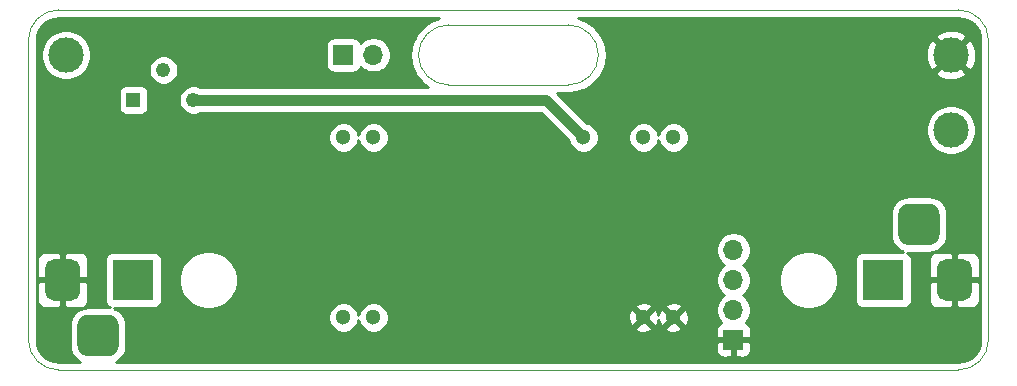
<source format=gbr>
From 40ab1463c3da0c844eedba5c5f52d5ef8af322c4 Mon Sep 17 00:00:00 2001
From: Philip Lampkin <plampkin@chem.wisc.edu>
Date: Sat, 24 Apr 2021 12:07:04 -0500
Subject: terminology update

---
 analog-driver/gerber/driver-B_Cu.gbr | 2753 ----------------------------------
 1 file changed, 2753 deletions(-)
 delete mode 100644 analog-driver/gerber/driver-B_Cu.gbr

(limited to 'analog-driver/gerber/driver-B_Cu.gbr')

diff --git a/analog-driver/gerber/driver-B_Cu.gbr b/analog-driver/gerber/driver-B_Cu.gbr
deleted file mode 100644
index 3749898..0000000
--- a/analog-driver/gerber/driver-B_Cu.gbr
+++ /dev/null
@@ -1,2753 +0,0 @@
-%TF.GenerationSoftware,KiCad,Pcbnew,5.1.8+dfsg1-1+b1*%
-%TF.CreationDate,2021-03-05T10:02:30-06:00*%
-%TF.ProjectId,driver,64726976-6572-42e6-9b69-6361645f7063,B*%
-%TF.SameCoordinates,Original*%
-%TF.FileFunction,Copper,L2,Bot*%
-%TF.FilePolarity,Positive*%
-%FSLAX46Y46*%
-G04 Gerber Fmt 4.6, Leading zero omitted, Abs format (unit mm)*
-G04 Created by KiCad (PCBNEW 5.1.8+dfsg1-1+b1) date 2021-03-05 10:02:30*
-%MOMM*%
-%LPD*%
-G01*
-G04 APERTURE LIST*
-%TA.AperFunction,Profile*%
-%ADD10C,0.100000*%
-%TD*%
-%TA.AperFunction,ComponentPad*%
-%ADD11C,3.000000*%
-%TD*%
-%TA.AperFunction,ComponentPad*%
-%ADD12R,1.222000X1.222000*%
-%TD*%
-%TA.AperFunction,ComponentPad*%
-%ADD13C,1.222000*%
-%TD*%
-%TA.AperFunction,ComponentPad*%
-%ADD14C,1.300000*%
-%TD*%
-%TA.AperFunction,ComponentPad*%
-%ADD15R,3.500000X3.500000*%
-%TD*%
-%TA.AperFunction,ComponentPad*%
-%ADD16O,1.700000X1.700000*%
-%TD*%
-%TA.AperFunction,ComponentPad*%
-%ADD17R,1.700000X1.700000*%
-%TD*%
-%TA.AperFunction,Conductor*%
-%ADD18C,0.889000*%
-%TD*%
-%TA.AperFunction,Conductor*%
-%ADD19C,0.254000*%
-%TD*%
-%TA.AperFunction,Conductor*%
-%ADD20C,0.100000*%
-%TD*%
-G04 APERTURE END LIST*
-D10*
-X121920000Y-85090000D02*
-G75*
-G02*
-X119380000Y-82550000I0J2540000D01*
-G01*
-X165100000Y-78740000D02*
-X88900000Y-78740000D01*
-X119380000Y-82550000D02*
-G75*
-G02*
-X121920000Y-80010000I2540000J0D01*
-G01*
-X132080000Y-80010000D02*
-G75*
-G02*
-X134620000Y-82550000I0J-2540000D01*
-G01*
-X134620000Y-82550000D02*
-G75*
-G02*
-X132080000Y-85090000I-2540000J0D01*
-G01*
-X132080000Y-80010000D02*
-X121920000Y-80010000D01*
-X132080000Y-85090000D02*
-X121920000Y-85090000D01*
-X165100000Y-109220000D02*
-X88900000Y-109220000D01*
-X86360000Y-81280000D02*
-X86360000Y-106680000D01*
-X167640000Y-106680000D02*
-X167640000Y-81280000D01*
-X86360000Y-81280000D02*
-G75*
-G02*
-X88900000Y-78740000I2540000J0D01*
-G01*
-X88900000Y-109220000D02*
-G75*
-G02*
-X86360000Y-106680000I0J2540000D01*
-G01*
-X167640000Y-106680000D02*
-G75*
-G02*
-X165100000Y-109220000I-2540000J0D01*
-G01*
-X165100000Y-78740000D02*
-G75*
-G02*
-X167640000Y-81280000I0J-2540000D01*
-G01*
-D11*
-%TO.P,TP3,1*%
-%TO.N,GND*%
-X164465000Y-82550000D03*
-%TD*%
-%TO.P,TP2,1*%
-%TO.N,+12V*%
-X164465000Y-88900000D03*
-%TD*%
-%TO.P,TP1,1*%
-%TO.N,Net-(R1-Pad2)*%
-X89535000Y-82550000D03*
-%TD*%
-D12*
-%TO.P,RV1,1*%
-%TO.N,Net-(R2-Pad1)*%
-X95250000Y-86360000D03*
-D13*
-%TO.P,RV1,2*%
-%TO.N,Net-(R1-Pad2)*%
-X97790000Y-83820000D03*
-%TO.P,RV1,3*%
-X100330000Y-86360000D03*
-%TD*%
-D14*
-%TO.P,U2,24*%
-%TO.N,+12V*%
-X140970000Y-89535000D03*
-%TO.P,U2,23*%
-X138430000Y-89535000D03*
-%TO.P,U2,21*%
-%TO.N,Net-(R1-Pad2)*%
-X133350000Y-89535000D03*
-%TO.P,U2,14*%
-%TO.N,Net-(J7-Pad1)*%
-X115570000Y-89535000D03*
-%TO.P,U2,13*%
-X113030000Y-89535000D03*
-%TO.P,U2,12*%
-%TO.N,Net-(J7-Pad2)*%
-X113030000Y-104775000D03*
-%TO.P,U2,11*%
-X115570000Y-104775000D03*
-%TO.P,U2,2*%
-%TO.N,GND*%
-X138430000Y-104775000D03*
-%TO.P,U2,1*%
-X140970000Y-104775000D03*
-%TD*%
-D15*
-%TO.P,J4,1*%
-%TO.N,+12V*%
-X95250000Y-101600000D03*
-%TO.P,J4,2*%
-%TO.N,GND*%
-%TA.AperFunction,ComponentPad*%
-G36*
-G01*
-X87750000Y-102600000D02*
-X87750000Y-100600000D01*
-G75*
-G02*
-X88500000Y-99850000I750000J0D01*
-G01*
-X90000000Y-99850000D01*
-G75*
-G02*
-X90750000Y-100600000I0J-750000D01*
-G01*
-X90750000Y-102600000D01*
-G75*
-G02*
-X90000000Y-103350000I-750000J0D01*
-G01*
-X88500000Y-103350000D01*
-G75*
-G02*
-X87750000Y-102600000I0J750000D01*
-G01*
-G37*
-%TD.AperFunction*%
-%TO.P,J4,3*%
-%TO.N,N/C*%
-%TA.AperFunction,ComponentPad*%
-G36*
-G01*
-X90500000Y-107175000D02*
-X90500000Y-105425000D01*
-G75*
-G02*
-X91375000Y-104550000I875000J0D01*
-G01*
-X93125000Y-104550000D01*
-G75*
-G02*
-X94000000Y-105425000I0J-875000D01*
-G01*
-X94000000Y-107175000D01*
-G75*
-G02*
-X93125000Y-108050000I-875000J0D01*
-G01*
-X91375000Y-108050000D01*
-G75*
-G02*
-X90500000Y-107175000I0J875000D01*
-G01*
-G37*
-%TD.AperFunction*%
-%TD*%
-%TO.P,J3,3*%
-%TO.N,N/C*%
-%TA.AperFunction,ComponentPad*%
-G36*
-G01*
-X163500000Y-96025000D02*
-X163500000Y-97775000D01*
-G75*
-G02*
-X162625000Y-98650000I-875000J0D01*
-G01*
-X160875000Y-98650000D01*
-G75*
-G02*
-X160000000Y-97775000I0J875000D01*
-G01*
-X160000000Y-96025000D01*
-G75*
-G02*
-X160875000Y-95150000I875000J0D01*
-G01*
-X162625000Y-95150000D01*
-G75*
-G02*
-X163500000Y-96025000I0J-875000D01*
-G01*
-G37*
-%TD.AperFunction*%
-%TO.P,J3,2*%
-%TO.N,GND*%
-%TA.AperFunction,ComponentPad*%
-G36*
-G01*
-X166250000Y-100600000D02*
-X166250000Y-102600000D01*
-G75*
-G02*
-X165500000Y-103350000I-750000J0D01*
-G01*
-X164000000Y-103350000D01*
-G75*
-G02*
-X163250000Y-102600000I0J750000D01*
-G01*
-X163250000Y-100600000D01*
-G75*
-G02*
-X164000000Y-99850000I750000J0D01*
-G01*
-X165500000Y-99850000D01*
-G75*
-G02*
-X166250000Y-100600000I0J-750000D01*
-G01*
-G37*
-%TD.AperFunction*%
-%TO.P,J3,1*%
-%TO.N,+12V*%
-X158750000Y-101600000D03*
-%TD*%
-D16*
-%TO.P,J5,4*%
-%TO.N,N/C*%
-X146050000Y-99060000D03*
-%TO.P,J5,3*%
-X146050000Y-101600000D03*
-%TO.P,J5,2*%
-%TO.N,+12V*%
-X146050000Y-104140000D03*
-D17*
-%TO.P,J5,1*%
-%TO.N,GND*%
-X146050000Y-106680000D03*
-%TD*%
-%TO.P,J7,1*%
-%TO.N,Net-(J7-Pad1)*%
-X113030000Y-82550000D03*
-D16*
-%TO.P,J7,2*%
-%TO.N,Net-(J7-Pad2)*%
-X115570000Y-82550000D03*
-%TD*%
-D18*
-%TO.N,Net-(R1-Pad2)*%
-X130175000Y-86360000D02*
-X133350000Y-89535000D01*
-X100330000Y-86360000D02*
-X130175000Y-86360000D01*
-%TD*%
-D19*
-%TO.N,GND*%
-X120733150Y-79554102D02*
-X120675896Y-79578170D01*
-X120618352Y-79601419D01*
-X120609907Y-79605909D01*
-X120173847Y-79841686D01*
-X120122384Y-79876398D01*
-X120070427Y-79910398D01*
-X120063015Y-79916443D01*
-X119681055Y-80232427D01*
-X119637308Y-80276481D01*
-X119592950Y-80319919D01*
-X119586853Y-80327289D01*
-X119273543Y-80711445D01*
-X119239192Y-80763148D01*
-X119204110Y-80814384D01*
-X119199561Y-80822797D01*
-X118966834Y-81260493D01*
-X118943171Y-81317903D01*
-X118918718Y-81374958D01*
-X118915889Y-81384094D01*
-X118772610Y-81858659D01*
-X118760548Y-81919577D01*
-X118747643Y-81980289D01*
-X118746643Y-81989800D01*
-X118698269Y-82483156D01*
-X118698269Y-82513086D01*
-X118695038Y-82542831D01*
-X118695004Y-82552395D01*
-X118695066Y-82570127D01*
-X118698090Y-82599896D01*
-X118697881Y-82629815D01*
-X118698814Y-82639334D01*
-X118750632Y-83132340D01*
-X118763109Y-83193121D01*
-X118774749Y-83254142D01*
-X118777513Y-83263298D01*
-X118924103Y-83736851D01*
-X118948167Y-83794097D01*
-X118971419Y-83851648D01*
-X118975907Y-83860089D01*
-X118975909Y-83860094D01*
-X118975912Y-83860098D01*
-X119211686Y-84296153D01*
-X119246398Y-84347616D01*
-X119280398Y-84399573D01*
-X119286443Y-84406985D01*
-X119602427Y-84788945D01*
-X119646500Y-84832712D01*
-X119689920Y-84877050D01*
-X119697289Y-84883147D01*
-X120081445Y-85196457D01*
-X120133148Y-85230808D01*
-X120184384Y-85265890D01*
-X120192797Y-85270439D01*
-X120211719Y-85280500D01*
-X100957155Y-85280500D01*
-X100920202Y-85255809D01*
-X100693445Y-85161883D01*
-X100452720Y-85114000D01*
-X100207280Y-85114000D01*
-X99966555Y-85161883D01*
-X99739798Y-85255809D01*
-X99535721Y-85392168D01*
-X99362168Y-85565721D01*
-X99225809Y-85769798D01*
-X99131883Y-85996555D01*
-X99084000Y-86237280D01*
-X99084000Y-86482720D01*
-X99131883Y-86723445D01*
-X99225809Y-86950202D01*
-X99362168Y-87154279D01*
-X99535721Y-87327832D01*
-X99739798Y-87464191D01*
-X99966555Y-87558117D01*
-X100207280Y-87606000D01*
-X100452720Y-87606000D01*
-X100693445Y-87558117D01*
-X100920202Y-87464191D01*
-X100957155Y-87439500D01*
-X129727858Y-87439500D01*
-X132093574Y-89805217D01*
-X132114381Y-89909821D01*
-X132211247Y-90143676D01*
-X132351875Y-90354140D01*
-X132530860Y-90533125D01*
-X132741324Y-90673753D01*
-X132975179Y-90770619D01*
-X133223439Y-90820000D01*
-X133476561Y-90820000D01*
-X133724821Y-90770619D01*
-X133958676Y-90673753D01*
-X134169140Y-90533125D01*
-X134348125Y-90354140D01*
-X134488753Y-90143676D01*
-X134585619Y-89909821D01*
-X134635000Y-89661561D01*
-X134635000Y-89408439D01*
-X137145000Y-89408439D01*
-X137145000Y-89661561D01*
-X137194381Y-89909821D01*
-X137291247Y-90143676D01*
-X137431875Y-90354140D01*
-X137610860Y-90533125D01*
-X137821324Y-90673753D01*
-X138055179Y-90770619D01*
-X138303439Y-90820000D01*
-X138556561Y-90820000D01*
-X138804821Y-90770619D01*
-X139038676Y-90673753D01*
-X139249140Y-90533125D01*
-X139428125Y-90354140D01*
-X139568753Y-90143676D01*
-X139665619Y-89909821D01*
-X139700000Y-89736973D01*
-X139734381Y-89909821D01*
-X139831247Y-90143676D01*
-X139971875Y-90354140D01*
-X140150860Y-90533125D01*
-X140361324Y-90673753D01*
-X140595179Y-90770619D01*
-X140843439Y-90820000D01*
-X141096561Y-90820000D01*
-X141344821Y-90770619D01*
-X141578676Y-90673753D01*
-X141789140Y-90533125D01*
-X141968125Y-90354140D01*
-X142108753Y-90143676D01*
-X142205619Y-89909821D01*
-X142255000Y-89661561D01*
-X142255000Y-89408439D01*
-X142205619Y-89160179D01*
-X142108753Y-88926324D01*
-X141968125Y-88715860D01*
-X141941986Y-88689721D01*
-X162330000Y-88689721D01*
-X162330000Y-89110279D01*
-X162412047Y-89522756D01*
-X162572988Y-89911302D01*
-X162806637Y-90260983D01*
-X163104017Y-90558363D01*
-X163453698Y-90792012D01*
-X163842244Y-90952953D01*
-X164254721Y-91035000D01*
-X164675279Y-91035000D01*
-X165087756Y-90952953D01*
-X165476302Y-90792012D01*
-X165825983Y-90558363D01*
-X166123363Y-90260983D01*
-X166357012Y-89911302D01*
-X166517953Y-89522756D01*
-X166600000Y-89110279D01*
-X166600000Y-88689721D01*
-X166517953Y-88277244D01*
-X166357012Y-87888698D01*
-X166123363Y-87539017D01*
-X165825983Y-87241637D01*
-X165476302Y-87007988D01*
-X165087756Y-86847047D01*
-X164675279Y-86765000D01*
-X164254721Y-86765000D01*
-X163842244Y-86847047D01*
-X163453698Y-87007988D01*
-X163104017Y-87241637D01*
-X162806637Y-87539017D01*
-X162572988Y-87888698D01*
-X162412047Y-88277244D01*
-X162330000Y-88689721D01*
-X141941986Y-88689721D01*
-X141789140Y-88536875D01*
-X141578676Y-88396247D01*
-X141344821Y-88299381D01*
-X141096561Y-88250000D01*
-X140843439Y-88250000D01*
-X140595179Y-88299381D01*
-X140361324Y-88396247D01*
-X140150860Y-88536875D01*
-X139971875Y-88715860D01*
-X139831247Y-88926324D01*
-X139734381Y-89160179D01*
-X139700000Y-89333027D01*
-X139665619Y-89160179D01*
-X139568753Y-88926324D01*
-X139428125Y-88715860D01*
-X139249140Y-88536875D01*
-X139038676Y-88396247D01*
-X138804821Y-88299381D01*
-X138556561Y-88250000D01*
-X138303439Y-88250000D01*
-X138055179Y-88299381D01*
-X137821324Y-88396247D01*
-X137610860Y-88536875D01*
-X137431875Y-88715860D01*
-X137291247Y-88926324D01*
-X137194381Y-89160179D01*
-X137145000Y-89408439D01*
-X134635000Y-89408439D01*
-X134585619Y-89160179D01*
-X134488753Y-88926324D01*
-X134348125Y-88715860D01*
-X134169140Y-88536875D01*
-X133958676Y-88396247D01*
-X133724821Y-88299381D01*
-X133620217Y-88278574D01*
-X131116642Y-85775000D01*
-X132113647Y-85775000D01*
-X132144018Y-85772009D01*
-X132159815Y-85772119D01*
-X132169334Y-85771186D01*
-X132662340Y-85719368D01*
-X132723121Y-85706891D01*
-X132784142Y-85695251D01*
-X132793298Y-85692487D01*
-X133266851Y-85545897D01*
-X133324097Y-85521833D01*
-X133381648Y-85498581D01*
-X133390089Y-85494093D01*
-X133390094Y-85494091D01*
-X133390098Y-85494088D01*
-X133826153Y-85258314D01*
-X133877616Y-85223602D01*
-X133929573Y-85189602D01*
-X133936985Y-85183557D01*
-X134318945Y-84867573D01*
-X134362712Y-84823500D01*
-X134407050Y-84780080D01*
-X134413147Y-84772711D01*
-X134726457Y-84388555D01*
-X134760808Y-84336852D01*
-X134795890Y-84285616D01*
-X134800439Y-84277203D01*
-X134925683Y-84041653D01*
-X163152952Y-84041653D01*
-X163308962Y-84357214D01*
-X163683745Y-84548020D01*
-X164088551Y-84662044D01*
-X164507824Y-84694902D01*
-X164925451Y-84645334D01*
-X165325383Y-84515243D01*
-X165621038Y-84357214D01*
-X165777048Y-84041653D01*
-X164465000Y-82729605D01*
-X163152952Y-84041653D01*
-X134925683Y-84041653D01*
-X135033166Y-83839507D01*
-X135056820Y-83782118D01*
-X135081283Y-83725042D01*
-X135084111Y-83715905D01*
-X135227390Y-83241341D01*
-X135239452Y-83180423D01*
-X135252357Y-83119711D01*
-X135253357Y-83110199D01*
-X135301731Y-82616844D01*
-X135301731Y-82592824D01*
-X162320098Y-82592824D01*
-X162369666Y-83010451D01*
-X162499757Y-83410383D01*
-X162657786Y-83706038D01*
-X162973347Y-83862048D01*
-X164285395Y-82550000D01*
-X164644605Y-82550000D01*
-X165956653Y-83862048D01*
-X166272214Y-83706038D01*
-X166463020Y-83331255D01*
-X166577044Y-82926449D01*
-X166609902Y-82507176D01*
-X166560334Y-82089549D01*
-X166430243Y-81689617D01*
-X166272214Y-81393962D01*
-X165956653Y-81237952D01*
-X164644605Y-82550000D01*
-X164285395Y-82550000D01*
-X162973347Y-81237952D01*
-X162657786Y-81393962D01*
-X162466980Y-81768745D01*
-X162352956Y-82173551D01*
-X162320098Y-82592824D01*
-X135301731Y-82592824D01*
-X135301731Y-82586914D01*
-X135304962Y-82557169D01*
-X135304996Y-82547605D01*
-X135304934Y-82529873D01*
-X135301910Y-82500104D01*
-X135302119Y-82470185D01*
-X135301186Y-82460666D01*
-X135249369Y-81967660D01*
-X135236886Y-81906849D01*
-X135225251Y-81845858D01*
-X135222487Y-81836702D01*
-X135075898Y-81363150D01*
-X135051830Y-81305896D01*
-X135028581Y-81248352D01*
-X135024091Y-81239907D01*
-X134925922Y-81058347D01*
-X163152952Y-81058347D01*
-X164465000Y-82370395D01*
-X165777048Y-81058347D01*
-X165621038Y-80742786D01*
-X165246255Y-80551980D01*
-X164841449Y-80437956D01*
-X164422176Y-80405098D01*
-X164004549Y-80454666D01*
-X163604617Y-80584757D01*
-X163308962Y-80742786D01*
-X163152952Y-81058347D01*
-X134925922Y-81058347D01*
-X134788314Y-80803847D01*
-X134753602Y-80752384D01*
-X134719602Y-80700427D01*
-X134713557Y-80693015D01*
-X134397573Y-80311055D01*
-X134353519Y-80267308D01*
-X134310081Y-80222950D01*
-X134302711Y-80216853D01*
-X133918555Y-79903543D01*
-X133866852Y-79869192D01*
-X133815616Y-79834110D01*
-X133807203Y-79829561D01*
-X133369507Y-79596834D01*
-X133312097Y-79573171D01*
-X133255042Y-79548718D01*
-X133245906Y-79545889D01*
-X132845501Y-79425000D01*
-X165066496Y-79425000D01*
-X165459668Y-79463551D01*
-X165805634Y-79568004D01*
-X166124724Y-79737667D01*
-X166404781Y-79966076D01*
-X166635141Y-80244534D01*
-X166807027Y-80562430D01*
-X166913893Y-80907658D01*
-X166955001Y-81298763D01*
-X166955000Y-106646495D01*
-X166916449Y-107039667D01*
-X166811996Y-107385635D01*
-X166642333Y-107704724D01*
-X166413924Y-107984781D01*
-X166135466Y-108215141D01*
-X165817570Y-108387027D01*
-X165472340Y-108493894D01*
-X165081238Y-108535000D01*
-X93774926Y-108535000D01*
-X93965618Y-108433073D01*
-X94194903Y-108244903D01*
-X94383073Y-108015618D01*
-X94522896Y-107754028D01*
-X94590854Y-107530000D01*
-X144561928Y-107530000D01*
-X144574188Y-107654482D01*
-X144610498Y-107774180D01*
-X144669463Y-107884494D01*
-X144748815Y-107981185D01*
-X144845506Y-108060537D01*
-X144955820Y-108119502D01*
-X145075518Y-108155812D01*
-X145200000Y-108168072D01*
-X145764250Y-108165000D01*
-X145923000Y-108006250D01*
-X145923000Y-106807000D01*
-X146177000Y-106807000D01*
-X146177000Y-108006250D01*
-X146335750Y-108165000D01*
-X146900000Y-108168072D01*
-X147024482Y-108155812D01*
-X147144180Y-108119502D01*
-X147254494Y-108060537D01*
-X147351185Y-107981185D01*
-X147430537Y-107884494D01*
-X147489502Y-107774180D01*
-X147525812Y-107654482D01*
-X147538072Y-107530000D01*
-X147535000Y-106965750D01*
-X147376250Y-106807000D01*
-X146177000Y-106807000D01*
-X145923000Y-106807000D01*
-X144723750Y-106807000D01*
-X144565000Y-106965750D01*
-X144561928Y-107530000D01*
-X94590854Y-107530000D01*
-X94608999Y-107470186D01*
-X94638072Y-107175000D01*
-X94638072Y-105425000D01*
-X94608999Y-105129814D01*
-X94522896Y-104845972D01*
-X94417313Y-104648439D01*
-X111745000Y-104648439D01*
-X111745000Y-104901561D01*
-X111794381Y-105149821D01*
-X111891247Y-105383676D01*
-X112031875Y-105594140D01*
-X112210860Y-105773125D01*
-X112421324Y-105913753D01*
-X112655179Y-106010619D01*
-X112903439Y-106060000D01*
-X113156561Y-106060000D01*
-X113404821Y-106010619D01*
-X113638676Y-105913753D01*
-X113849140Y-105773125D01*
-X114028125Y-105594140D01*
-X114168753Y-105383676D01*
-X114265619Y-105149821D01*
-X114300000Y-104976973D01*
-X114334381Y-105149821D01*
-X114431247Y-105383676D01*
-X114571875Y-105594140D01*
-X114750860Y-105773125D01*
-X114961324Y-105913753D01*
-X115195179Y-106010619D01*
-X115443439Y-106060000D01*
-X115696561Y-106060000D01*
-X115944821Y-106010619D01*
-X116178676Y-105913753D01*
-X116389140Y-105773125D01*
-X116501738Y-105660527D01*
-X137724078Y-105660527D01*
-X137777466Y-105889201D01*
-X138007374Y-105995095D01*
-X138253524Y-106054102D01*
-X138506455Y-106063952D01*
-X138756449Y-106024270D01*
-X138993896Y-105936578D01*
-X139082534Y-105889201D01*
-X139135922Y-105660527D01*
-X140264078Y-105660527D01*
-X140317466Y-105889201D01*
-X140547374Y-105995095D01*
-X140793524Y-106054102D01*
-X141046455Y-106063952D01*
-X141296449Y-106024270D01*
-X141533896Y-105936578D01*
-X141622534Y-105889201D01*
-X141636355Y-105830000D01*
-X144561928Y-105830000D01*
-X144565000Y-106394250D01*
-X144723750Y-106553000D01*
-X145923000Y-106553000D01*
-X145923000Y-106533000D01*
-X146177000Y-106533000D01*
-X146177000Y-106553000D01*
-X147376250Y-106553000D01*
-X147535000Y-106394250D01*
-X147538072Y-105830000D01*
-X147525812Y-105705518D01*
-X147489502Y-105585820D01*
-X147430537Y-105475506D01*
-X147351185Y-105378815D01*
-X147254494Y-105299463D01*
-X147144180Y-105240498D01*
-X147071620Y-105218487D01*
-X147203475Y-105086632D01*
-X147365990Y-104843411D01*
-X147477932Y-104573158D01*
-X147535000Y-104286260D01*
-X147535000Y-103993740D01*
-X147477932Y-103706842D01*
-X147365990Y-103436589D01*
-X147203475Y-103193368D01*
-X146996632Y-102986525D01*
-X146822240Y-102870000D01*
-X146996632Y-102753475D01*
-X147203475Y-102546632D01*
-X147365990Y-102303411D01*
-X147477932Y-102033158D01*
-X147535000Y-101746260D01*
-X147535000Y-101453740D01*
-X147515409Y-101355249D01*
-X149915000Y-101355249D01*
-X149915000Y-101844751D01*
-X150010497Y-102324848D01*
-X150197821Y-102777089D01*
-X150469774Y-103184095D01*
-X150815905Y-103530226D01*
-X151222911Y-103802179D01*
-X151675152Y-103989503D01*
-X152155249Y-104085000D01*
-X152644751Y-104085000D01*
-X153124848Y-103989503D01*
-X153577089Y-103802179D01*
-X153984095Y-103530226D01*
-X154330226Y-103184095D01*
-X154602179Y-102777089D01*
-X154789503Y-102324848D01*
-X154885000Y-101844751D01*
-X154885000Y-101355249D01*
-X154789503Y-100875152D01*
-X154602179Y-100422911D01*
-X154330226Y-100015905D01*
-X154164321Y-99850000D01*
-X156361928Y-99850000D01*
-X156361928Y-103350000D01*
-X156374188Y-103474482D01*
-X156410498Y-103594180D01*
-X156469463Y-103704494D01*
-X156548815Y-103801185D01*
-X156645506Y-103880537D01*
-X156755820Y-103939502D01*
-X156875518Y-103975812D01*
-X157000000Y-103988072D01*
-X160500000Y-103988072D01*
-X160624482Y-103975812D01*
-X160744180Y-103939502D01*
-X160854494Y-103880537D01*
-X160951185Y-103801185D01*
-X161030537Y-103704494D01*
-X161089502Y-103594180D01*
-X161125812Y-103474482D01*
-X161138072Y-103350000D01*
-X162611928Y-103350000D01*
-X162624188Y-103474482D01*
-X162660498Y-103594180D01*
-X162719463Y-103704494D01*
-X162798815Y-103801185D01*
-X162895506Y-103880537D01*
-X163005820Y-103939502D01*
-X163125518Y-103975812D01*
-X163250000Y-103988072D01*
-X164464250Y-103985000D01*
-X164623000Y-103826250D01*
-X164623000Y-101727000D01*
-X164877000Y-101727000D01*
-X164877000Y-103826250D01*
-X165035750Y-103985000D01*
-X166250000Y-103988072D01*
-X166374482Y-103975812D01*
-X166494180Y-103939502D01*
-X166604494Y-103880537D01*
-X166701185Y-103801185D01*
-X166780537Y-103704494D01*
-X166839502Y-103594180D01*
-X166875812Y-103474482D01*
-X166888072Y-103350000D01*
-X166885000Y-101885750D01*
-X166726250Y-101727000D01*
-X164877000Y-101727000D01*
-X164623000Y-101727000D01*
-X162773750Y-101727000D01*
-X162615000Y-101885750D01*
-X162611928Y-103350000D01*
-X161138072Y-103350000D01*
-X161138072Y-99850000D01*
-X162611928Y-99850000D01*
-X162615000Y-101314250D01*
-X162773750Y-101473000D01*
-X164623000Y-101473000D01*
-X164623000Y-99373750D01*
-X164877000Y-99373750D01*
-X164877000Y-101473000D01*
-X166726250Y-101473000D01*
-X166885000Y-101314250D01*
-X166888072Y-99850000D01*
-X166875812Y-99725518D01*
-X166839502Y-99605820D01*
-X166780537Y-99495506D01*
-X166701185Y-99398815D01*
-X166604494Y-99319463D01*
-X166494180Y-99260498D01*
-X166374482Y-99224188D01*
-X166250000Y-99211928D01*
-X165035750Y-99215000D01*
-X164877000Y-99373750D01*
-X164623000Y-99373750D01*
-X164464250Y-99215000D01*
-X163250000Y-99211928D01*
-X163125518Y-99224188D01*
-X163005820Y-99260498D01*
-X162895506Y-99319463D01*
-X162798815Y-99398815D01*
-X162719463Y-99495506D01*
-X162660498Y-99605820D01*
-X162624188Y-99725518D01*
-X162611928Y-99850000D01*
-X161138072Y-99850000D01*
-X161125812Y-99725518D01*
-X161089502Y-99605820D01*
-X161030537Y-99495506D01*
-X160951185Y-99398815D01*
-X160854494Y-99319463D01*
-X160777869Y-99278506D01*
-X160875000Y-99288072D01*
-X162625000Y-99288072D01*
-X162920186Y-99258999D01*
-X163204028Y-99172896D01*
-X163465618Y-99033073D01*
-X163694903Y-98844903D01*
-X163883073Y-98615618D01*
-X164022896Y-98354028D01*
-X164108999Y-98070186D01*
-X164138072Y-97775000D01*
-X164138072Y-96025000D01*
-X164108999Y-95729814D01*
-X164022896Y-95445972D01*
-X163883073Y-95184382D01*
-X163694903Y-94955097D01*
-X163465618Y-94766927D01*
-X163204028Y-94627104D01*
-X162920186Y-94541001D01*
-X162625000Y-94511928D01*
-X160875000Y-94511928D01*
-X160579814Y-94541001D01*
-X160295972Y-94627104D01*
-X160034382Y-94766927D01*
-X159805097Y-94955097D01*
-X159616927Y-95184382D01*
-X159477104Y-95445972D01*
-X159391001Y-95729814D01*
-X159361928Y-96025000D01*
-X159361928Y-97775000D01*
-X159391001Y-98070186D01*
-X159477104Y-98354028D01*
-X159616927Y-98615618D01*
-X159805097Y-98844903D01*
-X160034382Y-99033073D01*
-X160295972Y-99172896D01*
-X160424643Y-99211928D01*
-X157000000Y-99211928D01*
-X156875518Y-99224188D01*
-X156755820Y-99260498D01*
-X156645506Y-99319463D01*
-X156548815Y-99398815D01*
-X156469463Y-99495506D01*
-X156410498Y-99605820D01*
-X156374188Y-99725518D01*
-X156361928Y-99850000D01*
-X154164321Y-99850000D01*
-X153984095Y-99669774D01*
-X153577089Y-99397821D01*
-X153124848Y-99210497D01*
-X152644751Y-99115000D01*
-X152155249Y-99115000D01*
-X151675152Y-99210497D01*
-X151222911Y-99397821D01*
-X150815905Y-99669774D01*
-X150469774Y-100015905D01*
-X150197821Y-100422911D01*
-X150010497Y-100875152D01*
-X149915000Y-101355249D01*
-X147515409Y-101355249D01*
-X147477932Y-101166842D01*
-X147365990Y-100896589D01*
-X147203475Y-100653368D01*
-X146996632Y-100446525D01*
-X146822240Y-100330000D01*
-X146996632Y-100213475D01*
-X147203475Y-100006632D01*
-X147365990Y-99763411D01*
-X147477932Y-99493158D01*
-X147535000Y-99206260D01*
-X147535000Y-98913740D01*
-X147477932Y-98626842D01*
-X147365990Y-98356589D01*
-X147203475Y-98113368D01*
-X146996632Y-97906525D01*
-X146753411Y-97744010D01*
-X146483158Y-97632068D01*
-X146196260Y-97575000D01*
-X145903740Y-97575000D01*
-X145616842Y-97632068D01*
-X145346589Y-97744010D01*
-X145103368Y-97906525D01*
-X144896525Y-98113368D01*
-X144734010Y-98356589D01*
-X144622068Y-98626842D01*
-X144565000Y-98913740D01*
-X144565000Y-99206260D01*
-X144622068Y-99493158D01*
-X144734010Y-99763411D01*
-X144896525Y-100006632D01*
-X145103368Y-100213475D01*
-X145277760Y-100330000D01*
-X145103368Y-100446525D01*
-X144896525Y-100653368D01*
-X144734010Y-100896589D01*
-X144622068Y-101166842D01*
-X144565000Y-101453740D01*
-X144565000Y-101746260D01*
-X144622068Y-102033158D01*
-X144734010Y-102303411D01*
-X144896525Y-102546632D01*
-X145103368Y-102753475D01*
-X145277760Y-102870000D01*
-X145103368Y-102986525D01*
-X144896525Y-103193368D01*
-X144734010Y-103436589D01*
-X144622068Y-103706842D01*
-X144565000Y-103993740D01*
-X144565000Y-104286260D01*
-X144622068Y-104573158D01*
-X144734010Y-104843411D01*
-X144896525Y-105086632D01*
-X145028380Y-105218487D01*
-X144955820Y-105240498D01*
-X144845506Y-105299463D01*
-X144748815Y-105378815D01*
-X144669463Y-105475506D01*
-X144610498Y-105585820D01*
-X144574188Y-105705518D01*
-X144561928Y-105830000D01*
-X141636355Y-105830000D01*
-X141675922Y-105660527D01*
-X140970000Y-104954605D01*
-X140264078Y-105660527D01*
-X139135922Y-105660527D01*
-X138430000Y-104954605D01*
-X137724078Y-105660527D01*
-X116501738Y-105660527D01*
-X116568125Y-105594140D01*
-X116708753Y-105383676D01*
-X116805619Y-105149821D01*
-X116855000Y-104901561D01*
-X116855000Y-104851455D01*
-X137141048Y-104851455D01*
-X137180730Y-105101449D01*
-X137268422Y-105338896D01*
-X137315799Y-105427534D01*
-X137544473Y-105480922D01*
-X138250395Y-104775000D01*
-X138609605Y-104775000D01*
-X139315527Y-105480922D01*
-X139544201Y-105427534D01*
-X139650095Y-105197626D01*
-X139701776Y-104982038D01*
-X139720730Y-105101449D01*
-X139808422Y-105338896D01*
-X139855799Y-105427534D01*
-X140084473Y-105480922D01*
-X140790395Y-104775000D01*
-X141149605Y-104775000D01*
-X141855527Y-105480922D01*
-X142084201Y-105427534D01*
-X142190095Y-105197626D01*
-X142249102Y-104951476D01*
-X142258952Y-104698545D01*
-X142219270Y-104448551D01*
-X142131578Y-104211104D01*
-X142084201Y-104122466D01*
-X141855527Y-104069078D01*
-X141149605Y-104775000D01*
-X140790395Y-104775000D01*
-X140084473Y-104069078D01*
-X139855799Y-104122466D01*
-X139749905Y-104352374D01*
-X139698224Y-104567962D01*
-X139679270Y-104448551D01*
-X139591578Y-104211104D01*
-X139544201Y-104122466D01*
-X139315527Y-104069078D01*
-X138609605Y-104775000D01*
-X138250395Y-104775000D01*
-X137544473Y-104069078D01*
-X137315799Y-104122466D01*
-X137209905Y-104352374D01*
-X137150898Y-104598524D01*
-X137141048Y-104851455D01*
-X116855000Y-104851455D01*
-X116855000Y-104648439D01*
-X116805619Y-104400179D01*
-X116708753Y-104166324D01*
-X116568125Y-103955860D01*
-X116501738Y-103889473D01*
-X137724078Y-103889473D01*
-X138430000Y-104595395D01*
-X139135922Y-103889473D01*
-X140264078Y-103889473D01*
-X140970000Y-104595395D01*
-X141675922Y-103889473D01*
-X141622534Y-103660799D01*
-X141392626Y-103554905D01*
-X141146476Y-103495898D01*
-X140893545Y-103486048D01*
-X140643551Y-103525730D01*
-X140406104Y-103613422D01*
-X140317466Y-103660799D01*
-X140264078Y-103889473D01*
-X139135922Y-103889473D01*
-X139082534Y-103660799D01*
-X138852626Y-103554905D01*
-X138606476Y-103495898D01*
-X138353545Y-103486048D01*
-X138103551Y-103525730D01*
-X137866104Y-103613422D01*
-X137777466Y-103660799D01*
-X137724078Y-103889473D01*
-X116501738Y-103889473D01*
-X116389140Y-103776875D01*
-X116178676Y-103636247D01*
-X115944821Y-103539381D01*
-X115696561Y-103490000D01*
-X115443439Y-103490000D01*
-X115195179Y-103539381D01*
-X114961324Y-103636247D01*
-X114750860Y-103776875D01*
-X114571875Y-103955860D01*
-X114431247Y-104166324D01*
-X114334381Y-104400179D01*
-X114300000Y-104573027D01*
-X114265619Y-104400179D01*
-X114168753Y-104166324D01*
-X114028125Y-103955860D01*
-X113849140Y-103776875D01*
-X113638676Y-103636247D01*
-X113404821Y-103539381D01*
-X113156561Y-103490000D01*
-X112903439Y-103490000D01*
-X112655179Y-103539381D01*
-X112421324Y-103636247D01*
-X112210860Y-103776875D01*
-X112031875Y-103955860D01*
-X111891247Y-104166324D01*
-X111794381Y-104400179D01*
-X111745000Y-104648439D01*
-X94417313Y-104648439D01*
-X94383073Y-104584382D01*
-X94194903Y-104355097D01*
-X93965618Y-104166927D01*
-X93704028Y-104027104D01*
-X93575357Y-103988072D01*
-X97000000Y-103988072D01*
-X97124482Y-103975812D01*
-X97244180Y-103939502D01*
-X97354494Y-103880537D01*
-X97451185Y-103801185D01*
-X97530537Y-103704494D01*
-X97589502Y-103594180D01*
-X97625812Y-103474482D01*
-X97638072Y-103350000D01*
-X97638072Y-101355249D01*
-X99115000Y-101355249D01*
-X99115000Y-101844751D01*
-X99210497Y-102324848D01*
-X99397821Y-102777089D01*
-X99669774Y-103184095D01*
-X100015905Y-103530226D01*
-X100422911Y-103802179D01*
-X100875152Y-103989503D01*
-X101355249Y-104085000D01*
-X101844751Y-104085000D01*
-X102324848Y-103989503D01*
-X102777089Y-103802179D01*
-X103184095Y-103530226D01*
-X103530226Y-103184095D01*
-X103802179Y-102777089D01*
-X103989503Y-102324848D01*
-X104085000Y-101844751D01*
-X104085000Y-101355249D01*
-X103989503Y-100875152D01*
-X103802179Y-100422911D01*
-X103530226Y-100015905D01*
-X103184095Y-99669774D01*
-X102777089Y-99397821D01*
-X102324848Y-99210497D01*
-X101844751Y-99115000D01*
-X101355249Y-99115000D01*
-X100875152Y-99210497D01*
-X100422911Y-99397821D01*
-X100015905Y-99669774D01*
-X99669774Y-100015905D01*
-X99397821Y-100422911D01*
-X99210497Y-100875152D01*
-X99115000Y-101355249D01*
-X97638072Y-101355249D01*
-X97638072Y-99850000D01*
-X97625812Y-99725518D01*
-X97589502Y-99605820D01*
-X97530537Y-99495506D01*
-X97451185Y-99398815D01*
-X97354494Y-99319463D01*
-X97244180Y-99260498D01*
-X97124482Y-99224188D01*
-X97000000Y-99211928D01*
-X93500000Y-99211928D01*
-X93375518Y-99224188D01*
-X93255820Y-99260498D01*
-X93145506Y-99319463D01*
-X93048815Y-99398815D01*
-X92969463Y-99495506D01*
-X92910498Y-99605820D01*
-X92874188Y-99725518D01*
-X92861928Y-99850000D01*
-X92861928Y-103350000D01*
-X92874188Y-103474482D01*
-X92910498Y-103594180D01*
-X92969463Y-103704494D01*
-X93048815Y-103801185D01*
-X93145506Y-103880537D01*
-X93222131Y-103921494D01*
-X93125000Y-103911928D01*
-X91375000Y-103911928D01*
-X91079814Y-103941001D01*
-X90795972Y-104027104D01*
-X90534382Y-104166927D01*
-X90305097Y-104355097D01*
-X90116927Y-104584382D01*
-X89977104Y-104845972D01*
-X89891001Y-105129814D01*
-X89861928Y-105425000D01*
-X89861928Y-107175000D01*
-X89891001Y-107470186D01*
-X89977104Y-107754028D01*
-X90116927Y-108015618D01*
-X90305097Y-108244903D01*
-X90534382Y-108433073D01*
-X90725074Y-108535000D01*
-X88933505Y-108535000D01*
-X88540333Y-108496449D01*
-X88194365Y-108391996D01*
-X87875276Y-108222333D01*
-X87595219Y-107993924D01*
-X87364859Y-107715466D01*
-X87192973Y-107397570D01*
-X87086106Y-107052340D01*
-X87045000Y-106661238D01*
-X87045000Y-103350000D01*
-X87111928Y-103350000D01*
-X87124188Y-103474482D01*
-X87160498Y-103594180D01*
-X87219463Y-103704494D01*
-X87298815Y-103801185D01*
-X87395506Y-103880537D01*
-X87505820Y-103939502D01*
-X87625518Y-103975812D01*
-X87750000Y-103988072D01*
-X88964250Y-103985000D01*
-X89123000Y-103826250D01*
-X89123000Y-101727000D01*
-X89377000Y-101727000D01*
-X89377000Y-103826250D01*
-X89535750Y-103985000D01*
-X90750000Y-103988072D01*
-X90874482Y-103975812D01*
-X90994180Y-103939502D01*
-X91104494Y-103880537D01*
-X91201185Y-103801185D01*
-X91280537Y-103704494D01*
-X91339502Y-103594180D01*
-X91375812Y-103474482D01*
-X91388072Y-103350000D01*
-X91385000Y-101885750D01*
-X91226250Y-101727000D01*
-X89377000Y-101727000D01*
-X89123000Y-101727000D01*
-X87273750Y-101727000D01*
-X87115000Y-101885750D01*
-X87111928Y-103350000D01*
-X87045000Y-103350000D01*
-X87045000Y-99850000D01*
-X87111928Y-99850000D01*
-X87115000Y-101314250D01*
-X87273750Y-101473000D01*
-X89123000Y-101473000D01*
-X89123000Y-99373750D01*
-X89377000Y-99373750D01*
-X89377000Y-101473000D01*
-X91226250Y-101473000D01*
-X91385000Y-101314250D01*
-X91388072Y-99850000D01*
-X91375812Y-99725518D01*
-X91339502Y-99605820D01*
-X91280537Y-99495506D01*
-X91201185Y-99398815D01*
-X91104494Y-99319463D01*
-X90994180Y-99260498D01*
-X90874482Y-99224188D01*
-X90750000Y-99211928D01*
-X89535750Y-99215000D01*
-X89377000Y-99373750D01*
-X89123000Y-99373750D01*
-X88964250Y-99215000D01*
-X87750000Y-99211928D01*
-X87625518Y-99224188D01*
-X87505820Y-99260498D01*
-X87395506Y-99319463D01*
-X87298815Y-99398815D01*
-X87219463Y-99495506D01*
-X87160498Y-99605820D01*
-X87124188Y-99725518D01*
-X87111928Y-99850000D01*
-X87045000Y-99850000D01*
-X87045000Y-89408439D01*
-X111745000Y-89408439D01*
-X111745000Y-89661561D01*
-X111794381Y-89909821D01*
-X111891247Y-90143676D01*
-X112031875Y-90354140D01*
-X112210860Y-90533125D01*
-X112421324Y-90673753D01*
-X112655179Y-90770619D01*
-X112903439Y-90820000D01*
-X113156561Y-90820000D01*
-X113404821Y-90770619D01*
-X113638676Y-90673753D01*
-X113849140Y-90533125D01*
-X114028125Y-90354140D01*
-X114168753Y-90143676D01*
-X114265619Y-89909821D01*
-X114300000Y-89736973D01*
-X114334381Y-89909821D01*
-X114431247Y-90143676D01*
-X114571875Y-90354140D01*
-X114750860Y-90533125D01*
-X114961324Y-90673753D01*
-X115195179Y-90770619D01*
-X115443439Y-90820000D01*
-X115696561Y-90820000D01*
-X115944821Y-90770619D01*
-X116178676Y-90673753D01*
-X116389140Y-90533125D01*
-X116568125Y-90354140D01*
-X116708753Y-90143676D01*
-X116805619Y-89909821D01*
-X116855000Y-89661561D01*
-X116855000Y-89408439D01*
-X116805619Y-89160179D01*
-X116708753Y-88926324D01*
-X116568125Y-88715860D01*
-X116389140Y-88536875D01*
-X116178676Y-88396247D01*
-X115944821Y-88299381D01*
-X115696561Y-88250000D01*
-X115443439Y-88250000D01*
-X115195179Y-88299381D01*
-X114961324Y-88396247D01*
-X114750860Y-88536875D01*
-X114571875Y-88715860D01*
-X114431247Y-88926324D01*
-X114334381Y-89160179D01*
-X114300000Y-89333027D01*
-X114265619Y-89160179D01*
-X114168753Y-88926324D01*
-X114028125Y-88715860D01*
-X113849140Y-88536875D01*
-X113638676Y-88396247D01*
-X113404821Y-88299381D01*
-X113156561Y-88250000D01*
-X112903439Y-88250000D01*
-X112655179Y-88299381D01*
-X112421324Y-88396247D01*
-X112210860Y-88536875D01*
-X112031875Y-88715860D01*
-X111891247Y-88926324D01*
-X111794381Y-89160179D01*
-X111745000Y-89408439D01*
-X87045000Y-89408439D01*
-X87045000Y-85749000D01*
-X94000928Y-85749000D01*
-X94000928Y-86971000D01*
-X94013188Y-87095482D01*
-X94049498Y-87215180D01*
-X94108463Y-87325494D01*
-X94187815Y-87422185D01*
-X94284506Y-87501537D01*
-X94394820Y-87560502D01*
-X94514518Y-87596812D01*
-X94639000Y-87609072D01*
-X95861000Y-87609072D01*
-X95985482Y-87596812D01*
-X96105180Y-87560502D01*
-X96215494Y-87501537D01*
-X96312185Y-87422185D01*
-X96391537Y-87325494D01*
-X96450502Y-87215180D01*
-X96486812Y-87095482D01*
-X96499072Y-86971000D01*
-X96499072Y-85749000D01*
-X96486812Y-85624518D01*
-X96450502Y-85504820D01*
-X96391537Y-85394506D01*
-X96312185Y-85297815D01*
-X96215494Y-85218463D01*
-X96105180Y-85159498D01*
-X95985482Y-85123188D01*
-X95861000Y-85110928D01*
-X94639000Y-85110928D01*
-X94514518Y-85123188D01*
-X94394820Y-85159498D01*
-X94284506Y-85218463D01*
-X94187815Y-85297815D01*
-X94108463Y-85394506D01*
-X94049498Y-85504820D01*
-X94013188Y-85624518D01*
-X94000928Y-85749000D01*
-X87045000Y-85749000D01*
-X87045000Y-82339721D01*
-X87400000Y-82339721D01*
-X87400000Y-82760279D01*
-X87482047Y-83172756D01*
-X87642988Y-83561302D01*
-X87876637Y-83910983D01*
-X88174017Y-84208363D01*
-X88523698Y-84442012D01*
-X88912244Y-84602953D01*
-X89324721Y-84685000D01*
-X89745279Y-84685000D01*
-X90157756Y-84602953D01*
-X90546302Y-84442012D01*
-X90895983Y-84208363D01*
-X91193363Y-83910983D01*
-X91336154Y-83697280D01*
-X96544000Y-83697280D01*
-X96544000Y-83942720D01*
-X96591883Y-84183445D01*
-X96685809Y-84410202D01*
-X96822168Y-84614279D01*
-X96995721Y-84787832D01*
-X97199798Y-84924191D01*
-X97426555Y-85018117D01*
-X97667280Y-85066000D01*
-X97912720Y-85066000D01*
-X98153445Y-85018117D01*
-X98380202Y-84924191D01*
-X98584279Y-84787832D01*
-X98757832Y-84614279D01*
-X98894191Y-84410202D01*
-X98988117Y-84183445D01*
-X99036000Y-83942720D01*
-X99036000Y-83697280D01*
-X98988117Y-83456555D01*
-X98894191Y-83229798D01*
-X98757832Y-83025721D01*
-X98584279Y-82852168D01*
-X98380202Y-82715809D01*
-X98153445Y-82621883D01*
-X97912720Y-82574000D01*
-X97667280Y-82574000D01*
-X97426555Y-82621883D01*
-X97199798Y-82715809D01*
-X96995721Y-82852168D01*
-X96822168Y-83025721D01*
-X96685809Y-83229798D01*
-X96591883Y-83456555D01*
-X96544000Y-83697280D01*
-X91336154Y-83697280D01*
-X91427012Y-83561302D01*
-X91587953Y-83172756D01*
-X91670000Y-82760279D01*
-X91670000Y-82339721D01*
-X91587953Y-81927244D01*
-X91493826Y-81700000D01*
-X111541928Y-81700000D01*
-X111541928Y-83400000D01*
-X111554188Y-83524482D01*
-X111590498Y-83644180D01*
-X111649463Y-83754494D01*
-X111728815Y-83851185D01*
-X111825506Y-83930537D01*
-X111935820Y-83989502D01*
-X112055518Y-84025812D01*
-X112180000Y-84038072D01*
-X113880000Y-84038072D01*
-X114004482Y-84025812D01*
-X114124180Y-83989502D01*
-X114234494Y-83930537D01*
-X114331185Y-83851185D01*
-X114410537Y-83754494D01*
-X114469502Y-83644180D01*
-X114491513Y-83571620D01*
-X114623368Y-83703475D01*
-X114866589Y-83865990D01*
-X115136842Y-83977932D01*
-X115423740Y-84035000D01*
-X115716260Y-84035000D01*
-X116003158Y-83977932D01*
-X116273411Y-83865990D01*
-X116516632Y-83703475D01*
-X116723475Y-83496632D01*
-X116885990Y-83253411D01*
-X116997932Y-82983158D01*
-X117055000Y-82696260D01*
-X117055000Y-82403740D01*
-X116997932Y-82116842D01*
-X116885990Y-81846589D01*
-X116723475Y-81603368D01*
-X116516632Y-81396525D01*
-X116273411Y-81234010D01*
-X116003158Y-81122068D01*
-X115716260Y-81065000D01*
-X115423740Y-81065000D01*
-X115136842Y-81122068D01*
-X114866589Y-81234010D01*
-X114623368Y-81396525D01*
-X114491513Y-81528380D01*
-X114469502Y-81455820D01*
-X114410537Y-81345506D01*
-X114331185Y-81248815D01*
-X114234494Y-81169463D01*
-X114124180Y-81110498D01*
-X114004482Y-81074188D01*
-X113880000Y-81061928D01*
-X112180000Y-81061928D01*
-X112055518Y-81074188D01*
-X111935820Y-81110498D01*
-X111825506Y-81169463D01*
-X111728815Y-81248815D01*
-X111649463Y-81345506D01*
-X111590498Y-81455820D01*
-X111554188Y-81575518D01*
-X111541928Y-81700000D01*
-X91493826Y-81700000D01*
-X91427012Y-81538698D01*
-X91193363Y-81189017D01*
-X90895983Y-80891637D01*
-X90546302Y-80657988D01*
-X90157756Y-80497047D01*
-X89745279Y-80415000D01*
-X89324721Y-80415000D01*
-X88912244Y-80497047D01*
-X88523698Y-80657988D01*
-X88174017Y-80891637D01*
-X87876637Y-81189017D01*
-X87642988Y-81538698D01*
-X87482047Y-81927244D01*
-X87400000Y-82339721D01*
-X87045000Y-82339721D01*
-X87045000Y-81313504D01*
-X87083551Y-80920332D01*
-X87188004Y-80574366D01*
-X87357667Y-80255276D01*
-X87586076Y-79975219D01*
-X87864534Y-79744859D01*
-X88182430Y-79572973D01*
-X88527658Y-79466107D01*
-X88918753Y-79425000D01*
-X121150211Y-79425000D01*
-X120733150Y-79554102D01*
-%TA.AperFunction,Conductor*%
-D20*
-G36*
-X120733150Y-79554102D02*
-G01*
-X120675896Y-79578170D01*
-X120618352Y-79601419D01*
-X120609907Y-79605909D01*
-X120173847Y-79841686D01*
-X120122384Y-79876398D01*
-X120070427Y-79910398D01*
-X120063015Y-79916443D01*
-X119681055Y-80232427D01*
-X119637308Y-80276481D01*
-X119592950Y-80319919D01*
-X119586853Y-80327289D01*
-X119273543Y-80711445D01*
-X119239192Y-80763148D01*
-X119204110Y-80814384D01*
-X119199561Y-80822797D01*
-X118966834Y-81260493D01*
-X118943171Y-81317903D01*
-X118918718Y-81374958D01*
-X118915889Y-81384094D01*
-X118772610Y-81858659D01*
-X118760548Y-81919577D01*
-X118747643Y-81980289D01*
-X118746643Y-81989800D01*
-X118698269Y-82483156D01*
-X118698269Y-82513086D01*
-X118695038Y-82542831D01*
-X118695004Y-82552395D01*
-X118695066Y-82570127D01*
-X118698090Y-82599896D01*
-X118697881Y-82629815D01*
-X118698814Y-82639334D01*
-X118750632Y-83132340D01*
-X118763109Y-83193121D01*
-X118774749Y-83254142D01*
-X118777513Y-83263298D01*
-X118924103Y-83736851D01*
-X118948167Y-83794097D01*
-X118971419Y-83851648D01*
-X118975907Y-83860089D01*
-X118975909Y-83860094D01*
-X118975912Y-83860098D01*
-X119211686Y-84296153D01*
-X119246398Y-84347616D01*
-X119280398Y-84399573D01*
-X119286443Y-84406985D01*
-X119602427Y-84788945D01*
-X119646500Y-84832712D01*
-X119689920Y-84877050D01*
-X119697289Y-84883147D01*
-X120081445Y-85196457D01*
-X120133148Y-85230808D01*
-X120184384Y-85265890D01*
-X120192797Y-85270439D01*
-X120211719Y-85280500D01*
-X100957155Y-85280500D01*
-X100920202Y-85255809D01*
-X100693445Y-85161883D01*
-X100452720Y-85114000D01*
-X100207280Y-85114000D01*
-X99966555Y-85161883D01*
-X99739798Y-85255809D01*
-X99535721Y-85392168D01*
-X99362168Y-85565721D01*
-X99225809Y-85769798D01*
-X99131883Y-85996555D01*
-X99084000Y-86237280D01*
-X99084000Y-86482720D01*
-X99131883Y-86723445D01*
-X99225809Y-86950202D01*
-X99362168Y-87154279D01*
-X99535721Y-87327832D01*
-X99739798Y-87464191D01*
-X99966555Y-87558117D01*
-X100207280Y-87606000D01*
-X100452720Y-87606000D01*
-X100693445Y-87558117D01*
-X100920202Y-87464191D01*
-X100957155Y-87439500D01*
-X129727858Y-87439500D01*
-X132093574Y-89805217D01*
-X132114381Y-89909821D01*
-X132211247Y-90143676D01*
-X132351875Y-90354140D01*
-X132530860Y-90533125D01*
-X132741324Y-90673753D01*
-X132975179Y-90770619D01*
-X133223439Y-90820000D01*
-X133476561Y-90820000D01*
-X133724821Y-90770619D01*
-X133958676Y-90673753D01*
-X134169140Y-90533125D01*
-X134348125Y-90354140D01*
-X134488753Y-90143676D01*
-X134585619Y-89909821D01*
-X134635000Y-89661561D01*
-X134635000Y-89408439D01*
-X137145000Y-89408439D01*
-X137145000Y-89661561D01*
-X137194381Y-89909821D01*
-X137291247Y-90143676D01*
-X137431875Y-90354140D01*
-X137610860Y-90533125D01*
-X137821324Y-90673753D01*
-X138055179Y-90770619D01*
-X138303439Y-90820000D01*
-X138556561Y-90820000D01*
-X138804821Y-90770619D01*
-X139038676Y-90673753D01*
-X139249140Y-90533125D01*
-X139428125Y-90354140D01*
-X139568753Y-90143676D01*
-X139665619Y-89909821D01*
-X139700000Y-89736973D01*
-X139734381Y-89909821D01*
-X139831247Y-90143676D01*
-X139971875Y-90354140D01*
-X140150860Y-90533125D01*
-X140361324Y-90673753D01*
-X140595179Y-90770619D01*
-X140843439Y-90820000D01*
-X141096561Y-90820000D01*
-X141344821Y-90770619D01*
-X141578676Y-90673753D01*
-X141789140Y-90533125D01*
-X141968125Y-90354140D01*
-X142108753Y-90143676D01*
-X142205619Y-89909821D01*
-X142255000Y-89661561D01*
-X142255000Y-89408439D01*
-X142205619Y-89160179D01*
-X142108753Y-88926324D01*
-X141968125Y-88715860D01*
-X141941986Y-88689721D01*
-X162330000Y-88689721D01*
-X162330000Y-89110279D01*
-X162412047Y-89522756D01*
-X162572988Y-89911302D01*
-X162806637Y-90260983D01*
-X163104017Y-90558363D01*
-X163453698Y-90792012D01*
-X163842244Y-90952953D01*
-X164254721Y-91035000D01*
-X164675279Y-91035000D01*
-X165087756Y-90952953D01*
-X165476302Y-90792012D01*
-X165825983Y-90558363D01*
-X166123363Y-90260983D01*
-X166357012Y-89911302D01*
-X166517953Y-89522756D01*
-X166600000Y-89110279D01*
-X166600000Y-88689721D01*
-X166517953Y-88277244D01*
-X166357012Y-87888698D01*
-X166123363Y-87539017D01*
-X165825983Y-87241637D01*
-X165476302Y-87007988D01*
-X165087756Y-86847047D01*
-X164675279Y-86765000D01*
-X164254721Y-86765000D01*
-X163842244Y-86847047D01*
-X163453698Y-87007988D01*
-X163104017Y-87241637D01*
-X162806637Y-87539017D01*
-X162572988Y-87888698D01*
-X162412047Y-88277244D01*
-X162330000Y-88689721D01*
-X141941986Y-88689721D01*
-X141789140Y-88536875D01*
-X141578676Y-88396247D01*
-X141344821Y-88299381D01*
-X141096561Y-88250000D01*
-X140843439Y-88250000D01*
-X140595179Y-88299381D01*
-X140361324Y-88396247D01*
-X140150860Y-88536875D01*
-X139971875Y-88715860D01*
-X139831247Y-88926324D01*
-X139734381Y-89160179D01*
-X139700000Y-89333027D01*
-X139665619Y-89160179D01*
-X139568753Y-88926324D01*
-X139428125Y-88715860D01*
-X139249140Y-88536875D01*
-X139038676Y-88396247D01*
-X138804821Y-88299381D01*
-X138556561Y-88250000D01*
-X138303439Y-88250000D01*
-X138055179Y-88299381D01*
-X137821324Y-88396247D01*
-X137610860Y-88536875D01*
-X137431875Y-88715860D01*
-X137291247Y-88926324D01*
-X137194381Y-89160179D01*
-X137145000Y-89408439D01*
-X134635000Y-89408439D01*
-X134585619Y-89160179D01*
-X134488753Y-88926324D01*
-X134348125Y-88715860D01*
-X134169140Y-88536875D01*
-X133958676Y-88396247D01*
-X133724821Y-88299381D01*
-X133620217Y-88278574D01*
-X131116642Y-85775000D01*
-X132113647Y-85775000D01*
-X132144018Y-85772009D01*
-X132159815Y-85772119D01*
-X132169334Y-85771186D01*
-X132662340Y-85719368D01*
-X132723121Y-85706891D01*
-X132784142Y-85695251D01*
-X132793298Y-85692487D01*
-X133266851Y-85545897D01*
-X133324097Y-85521833D01*
-X133381648Y-85498581D01*
-X133390089Y-85494093D01*
-X133390094Y-85494091D01*
-X133390098Y-85494088D01*
-X133826153Y-85258314D01*
-X133877616Y-85223602D01*
-X133929573Y-85189602D01*
-X133936985Y-85183557D01*
-X134318945Y-84867573D01*
-X134362712Y-84823500D01*
-X134407050Y-84780080D01*
-X134413147Y-84772711D01*
-X134726457Y-84388555D01*
-X134760808Y-84336852D01*
-X134795890Y-84285616D01*
-X134800439Y-84277203D01*
-X134925683Y-84041653D01*
-X163152952Y-84041653D01*
-X163308962Y-84357214D01*
-X163683745Y-84548020D01*
-X164088551Y-84662044D01*
-X164507824Y-84694902D01*
-X164925451Y-84645334D01*
-X165325383Y-84515243D01*
-X165621038Y-84357214D01*
-X165777048Y-84041653D01*
-X164465000Y-82729605D01*
-X163152952Y-84041653D01*
-X134925683Y-84041653D01*
-X135033166Y-83839507D01*
-X135056820Y-83782118D01*
-X135081283Y-83725042D01*
-X135084111Y-83715905D01*
-X135227390Y-83241341D01*
-X135239452Y-83180423D01*
-X135252357Y-83119711D01*
-X135253357Y-83110199D01*
-X135301731Y-82616844D01*
-X135301731Y-82592824D01*
-X162320098Y-82592824D01*
-X162369666Y-83010451D01*
-X162499757Y-83410383D01*
-X162657786Y-83706038D01*
-X162973347Y-83862048D01*
-X164285395Y-82550000D01*
-X164644605Y-82550000D01*
-X165956653Y-83862048D01*
-X166272214Y-83706038D01*
-X166463020Y-83331255D01*
-X166577044Y-82926449D01*
-X166609902Y-82507176D01*
-X166560334Y-82089549D01*
-X166430243Y-81689617D01*
-X166272214Y-81393962D01*
-X165956653Y-81237952D01*
-X164644605Y-82550000D01*
-X164285395Y-82550000D01*
-X162973347Y-81237952D01*
-X162657786Y-81393962D01*
-X162466980Y-81768745D01*
-X162352956Y-82173551D01*
-X162320098Y-82592824D01*
-X135301731Y-82592824D01*
-X135301731Y-82586914D01*
-X135304962Y-82557169D01*
-X135304996Y-82547605D01*
-X135304934Y-82529873D01*
-X135301910Y-82500104D01*
-X135302119Y-82470185D01*
-X135301186Y-82460666D01*
-X135249369Y-81967660D01*
-X135236886Y-81906849D01*
-X135225251Y-81845858D01*
-X135222487Y-81836702D01*
-X135075898Y-81363150D01*
-X135051830Y-81305896D01*
-X135028581Y-81248352D01*
-X135024091Y-81239907D01*
-X134925922Y-81058347D01*
-X163152952Y-81058347D01*
-X164465000Y-82370395D01*
-X165777048Y-81058347D01*
-X165621038Y-80742786D01*
-X165246255Y-80551980D01*
-X164841449Y-80437956D01*
-X164422176Y-80405098D01*
-X164004549Y-80454666D01*
-X163604617Y-80584757D01*
-X163308962Y-80742786D01*
-X163152952Y-81058347D01*
-X134925922Y-81058347D01*
-X134788314Y-80803847D01*
-X134753602Y-80752384D01*
-X134719602Y-80700427D01*
-X134713557Y-80693015D01*
-X134397573Y-80311055D01*
-X134353519Y-80267308D01*
-X134310081Y-80222950D01*
-X134302711Y-80216853D01*
-X133918555Y-79903543D01*
-X133866852Y-79869192D01*
-X133815616Y-79834110D01*
-X133807203Y-79829561D01*
-X133369507Y-79596834D01*
-X133312097Y-79573171D01*
-X133255042Y-79548718D01*
-X133245906Y-79545889D01*
-X132845501Y-79425000D01*
-X165066496Y-79425000D01*
-X165459668Y-79463551D01*
-X165805634Y-79568004D01*
-X166124724Y-79737667D01*
-X166404781Y-79966076D01*
-X166635141Y-80244534D01*
-X166807027Y-80562430D01*
-X166913893Y-80907658D01*
-X166955001Y-81298763D01*
-X166955000Y-106646495D01*
-X166916449Y-107039667D01*
-X166811996Y-107385635D01*
-X166642333Y-107704724D01*
-X166413924Y-107984781D01*
-X166135466Y-108215141D01*
-X165817570Y-108387027D01*
-X165472340Y-108493894D01*
-X165081238Y-108535000D01*
-X93774926Y-108535000D01*
-X93965618Y-108433073D01*
-X94194903Y-108244903D01*
-X94383073Y-108015618D01*
-X94522896Y-107754028D01*
-X94590854Y-107530000D01*
-X144561928Y-107530000D01*
-X144574188Y-107654482D01*
-X144610498Y-107774180D01*
-X144669463Y-107884494D01*
-X144748815Y-107981185D01*
-X144845506Y-108060537D01*
-X144955820Y-108119502D01*
-X145075518Y-108155812D01*
-X145200000Y-108168072D01*
-X145764250Y-108165000D01*
-X145923000Y-108006250D01*
-X145923000Y-106807000D01*
-X146177000Y-106807000D01*
-X146177000Y-108006250D01*
-X146335750Y-108165000D01*
-X146900000Y-108168072D01*
-X147024482Y-108155812D01*
-X147144180Y-108119502D01*
-X147254494Y-108060537D01*
-X147351185Y-107981185D01*
-X147430537Y-107884494D01*
-X147489502Y-107774180D01*
-X147525812Y-107654482D01*
-X147538072Y-107530000D01*
-X147535000Y-106965750D01*
-X147376250Y-106807000D01*
-X146177000Y-106807000D01*
-X145923000Y-106807000D01*
-X144723750Y-106807000D01*
-X144565000Y-106965750D01*
-X144561928Y-107530000D01*
-X94590854Y-107530000D01*
-X94608999Y-107470186D01*
-X94638072Y-107175000D01*
-X94638072Y-105425000D01*
-X94608999Y-105129814D01*
-X94522896Y-104845972D01*
-X94417313Y-104648439D01*
-X111745000Y-104648439D01*
-X111745000Y-104901561D01*
-X111794381Y-105149821D01*
-X111891247Y-105383676D01*
-X112031875Y-105594140D01*
-X112210860Y-105773125D01*
-X112421324Y-105913753D01*
-X112655179Y-106010619D01*
-X112903439Y-106060000D01*
-X113156561Y-106060000D01*
-X113404821Y-106010619D01*
-X113638676Y-105913753D01*
-X113849140Y-105773125D01*
-X114028125Y-105594140D01*
-X114168753Y-105383676D01*
-X114265619Y-105149821D01*
-X114300000Y-104976973D01*
-X114334381Y-105149821D01*
-X114431247Y-105383676D01*
-X114571875Y-105594140D01*
-X114750860Y-105773125D01*
-X114961324Y-105913753D01*
-X115195179Y-106010619D01*
-X115443439Y-106060000D01*
-X115696561Y-106060000D01*
-X115944821Y-106010619D01*
-X116178676Y-105913753D01*
-X116389140Y-105773125D01*
-X116501738Y-105660527D01*
-X137724078Y-105660527D01*
-X137777466Y-105889201D01*
-X138007374Y-105995095D01*
-X138253524Y-106054102D01*
-X138506455Y-106063952D01*
-X138756449Y-106024270D01*
-X138993896Y-105936578D01*
-X139082534Y-105889201D01*
-X139135922Y-105660527D01*
-X140264078Y-105660527D01*
-X140317466Y-105889201D01*
-X140547374Y-105995095D01*
-X140793524Y-106054102D01*
-X141046455Y-106063952D01*
-X141296449Y-106024270D01*
-X141533896Y-105936578D01*
-X141622534Y-105889201D01*
-X141636355Y-105830000D01*
-X144561928Y-105830000D01*
-X144565000Y-106394250D01*
-X144723750Y-106553000D01*
-X145923000Y-106553000D01*
-X145923000Y-106533000D01*
-X146177000Y-106533000D01*
-X146177000Y-106553000D01*
-X147376250Y-106553000D01*
-X147535000Y-106394250D01*
-X147538072Y-105830000D01*
-X147525812Y-105705518D01*
-X147489502Y-105585820D01*
-X147430537Y-105475506D01*
-X147351185Y-105378815D01*
-X147254494Y-105299463D01*
-X147144180Y-105240498D01*
-X147071620Y-105218487D01*
-X147203475Y-105086632D01*
-X147365990Y-104843411D01*
-X147477932Y-104573158D01*
-X147535000Y-104286260D01*
-X147535000Y-103993740D01*
-X147477932Y-103706842D01*
-X147365990Y-103436589D01*
-X147203475Y-103193368D01*
-X146996632Y-102986525D01*
-X146822240Y-102870000D01*
-X146996632Y-102753475D01*
-X147203475Y-102546632D01*
-X147365990Y-102303411D01*
-X147477932Y-102033158D01*
-X147535000Y-101746260D01*
-X147535000Y-101453740D01*
-X147515409Y-101355249D01*
-X149915000Y-101355249D01*
-X149915000Y-101844751D01*
-X150010497Y-102324848D01*
-X150197821Y-102777089D01*
-X150469774Y-103184095D01*
-X150815905Y-103530226D01*
-X151222911Y-103802179D01*
-X151675152Y-103989503D01*
-X152155249Y-104085000D01*
-X152644751Y-104085000D01*
-X153124848Y-103989503D01*
-X153577089Y-103802179D01*
-X153984095Y-103530226D01*
-X154330226Y-103184095D01*
-X154602179Y-102777089D01*
-X154789503Y-102324848D01*
-X154885000Y-101844751D01*
-X154885000Y-101355249D01*
-X154789503Y-100875152D01*
-X154602179Y-100422911D01*
-X154330226Y-100015905D01*
-X154164321Y-99850000D01*
-X156361928Y-99850000D01*
-X156361928Y-103350000D01*
-X156374188Y-103474482D01*
-X156410498Y-103594180D01*
-X156469463Y-103704494D01*
-X156548815Y-103801185D01*
-X156645506Y-103880537D01*
-X156755820Y-103939502D01*
-X156875518Y-103975812D01*
-X157000000Y-103988072D01*
-X160500000Y-103988072D01*
-X160624482Y-103975812D01*
-X160744180Y-103939502D01*
-X160854494Y-103880537D01*
-X160951185Y-103801185D01*
-X161030537Y-103704494D01*
-X161089502Y-103594180D01*
-X161125812Y-103474482D01*
-X161138072Y-103350000D01*
-X162611928Y-103350000D01*
-X162624188Y-103474482D01*
-X162660498Y-103594180D01*
-X162719463Y-103704494D01*
-X162798815Y-103801185D01*
-X162895506Y-103880537D01*
-X163005820Y-103939502D01*
-X163125518Y-103975812D01*
-X163250000Y-103988072D01*
-X164464250Y-103985000D01*
-X164623000Y-103826250D01*
-X164623000Y-101727000D01*
-X164877000Y-101727000D01*
-X164877000Y-103826250D01*
-X165035750Y-103985000D01*
-X166250000Y-103988072D01*
-X166374482Y-103975812D01*
-X166494180Y-103939502D01*
-X166604494Y-103880537D01*
-X166701185Y-103801185D01*
-X166780537Y-103704494D01*
-X166839502Y-103594180D01*
-X166875812Y-103474482D01*
-X166888072Y-103350000D01*
-X166885000Y-101885750D01*
-X166726250Y-101727000D01*
-X164877000Y-101727000D01*
-X164623000Y-101727000D01*
-X162773750Y-101727000D01*
-X162615000Y-101885750D01*
-X162611928Y-103350000D01*
-X161138072Y-103350000D01*
-X161138072Y-99850000D01*
-X162611928Y-99850000D01*
-X162615000Y-101314250D01*
-X162773750Y-101473000D01*
-X164623000Y-101473000D01*
-X164623000Y-99373750D01*
-X164877000Y-99373750D01*
-X164877000Y-101473000D01*
-X166726250Y-101473000D01*
-X166885000Y-101314250D01*
-X166888072Y-99850000D01*
-X166875812Y-99725518D01*
-X166839502Y-99605820D01*
-X166780537Y-99495506D01*
-X166701185Y-99398815D01*
-X166604494Y-99319463D01*
-X166494180Y-99260498D01*
-X166374482Y-99224188D01*
-X166250000Y-99211928D01*
-X165035750Y-99215000D01*
-X164877000Y-99373750D01*
-X164623000Y-99373750D01*
-X164464250Y-99215000D01*
-X163250000Y-99211928D01*
-X163125518Y-99224188D01*
-X163005820Y-99260498D01*
-X162895506Y-99319463D01*
-X162798815Y-99398815D01*
-X162719463Y-99495506D01*
-X162660498Y-99605820D01*
-X162624188Y-99725518D01*
-X162611928Y-99850000D01*
-X161138072Y-99850000D01*
-X161125812Y-99725518D01*
-X161089502Y-99605820D01*
-X161030537Y-99495506D01*
-X160951185Y-99398815D01*
-X160854494Y-99319463D01*
-X160777869Y-99278506D01*
-X160875000Y-99288072D01*
-X162625000Y-99288072D01*
-X162920186Y-99258999D01*
-X163204028Y-99172896D01*
-X163465618Y-99033073D01*
-X163694903Y-98844903D01*
-X163883073Y-98615618D01*
-X164022896Y-98354028D01*
-X164108999Y-98070186D01*
-X164138072Y-97775000D01*
-X164138072Y-96025000D01*
-X164108999Y-95729814D01*
-X164022896Y-95445972D01*
-X163883073Y-95184382D01*
-X163694903Y-94955097D01*
-X163465618Y-94766927D01*
-X163204028Y-94627104D01*
-X162920186Y-94541001D01*
-X162625000Y-94511928D01*
-X160875000Y-94511928D01*
-X160579814Y-94541001D01*
-X160295972Y-94627104D01*
-X160034382Y-94766927D01*
-X159805097Y-94955097D01*
-X159616927Y-95184382D01*
-X159477104Y-95445972D01*
-X159391001Y-95729814D01*
-X159361928Y-96025000D01*
-X159361928Y-97775000D01*
-X159391001Y-98070186D01*
-X159477104Y-98354028D01*
-X159616927Y-98615618D01*
-X159805097Y-98844903D01*
-X160034382Y-99033073D01*
-X160295972Y-99172896D01*
-X160424643Y-99211928D01*
-X157000000Y-99211928D01*
-X156875518Y-99224188D01*
-X156755820Y-99260498D01*
-X156645506Y-99319463D01*
-X156548815Y-99398815D01*
-X156469463Y-99495506D01*
-X156410498Y-99605820D01*
-X156374188Y-99725518D01*
-X156361928Y-99850000D01*
-X154164321Y-99850000D01*
-X153984095Y-99669774D01*
-X153577089Y-99397821D01*
-X153124848Y-99210497D01*
-X152644751Y-99115000D01*
-X152155249Y-99115000D01*
-X151675152Y-99210497D01*
-X151222911Y-99397821D01*
-X150815905Y-99669774D01*
-X150469774Y-100015905D01*
-X150197821Y-100422911D01*
-X150010497Y-100875152D01*
-X149915000Y-101355249D01*
-X147515409Y-101355249D01*
-X147477932Y-101166842D01*
-X147365990Y-100896589D01*
-X147203475Y-100653368D01*
-X146996632Y-100446525D01*
-X146822240Y-100330000D01*
-X146996632Y-100213475D01*
-X147203475Y-100006632D01*
-X147365990Y-99763411D01*
-X147477932Y-99493158D01*
-X147535000Y-99206260D01*
-X147535000Y-98913740D01*
-X147477932Y-98626842D01*
-X147365990Y-98356589D01*
-X147203475Y-98113368D01*
-X146996632Y-97906525D01*
-X146753411Y-97744010D01*
-X146483158Y-97632068D01*
-X146196260Y-97575000D01*
-X145903740Y-97575000D01*
-X145616842Y-97632068D01*
-X145346589Y-97744010D01*
-X145103368Y-97906525D01*
-X144896525Y-98113368D01*
-X144734010Y-98356589D01*
-X144622068Y-98626842D01*
-X144565000Y-98913740D01*
-X144565000Y-99206260D01*
-X144622068Y-99493158D01*
-X144734010Y-99763411D01*
-X144896525Y-100006632D01*
-X145103368Y-100213475D01*
-X145277760Y-100330000D01*
-X145103368Y-100446525D01*
-X144896525Y-100653368D01*
-X144734010Y-100896589D01*
-X144622068Y-101166842D01*
-X144565000Y-101453740D01*
-X144565000Y-101746260D01*
-X144622068Y-102033158D01*
-X144734010Y-102303411D01*
-X144896525Y-102546632D01*
-X145103368Y-102753475D01*
-X145277760Y-102870000D01*
-X145103368Y-102986525D01*
-X144896525Y-103193368D01*
-X144734010Y-103436589D01*
-X144622068Y-103706842D01*
-X144565000Y-103993740D01*
-X144565000Y-104286260D01*
-X144622068Y-104573158D01*
-X144734010Y-104843411D01*
-X144896525Y-105086632D01*
-X145028380Y-105218487D01*
-X144955820Y-105240498D01*
-X144845506Y-105299463D01*
-X144748815Y-105378815D01*
-X144669463Y-105475506D01*
-X144610498Y-105585820D01*
-X144574188Y-105705518D01*
-X144561928Y-105830000D01*
-X141636355Y-105830000D01*
-X141675922Y-105660527D01*
-X140970000Y-104954605D01*
-X140264078Y-105660527D01*
-X139135922Y-105660527D01*
-X138430000Y-104954605D01*
-X137724078Y-105660527D01*
-X116501738Y-105660527D01*
-X116568125Y-105594140D01*
-X116708753Y-105383676D01*
-X116805619Y-105149821D01*
-X116855000Y-104901561D01*
-X116855000Y-104851455D01*
-X137141048Y-104851455D01*
-X137180730Y-105101449D01*
-X137268422Y-105338896D01*
-X137315799Y-105427534D01*
-X137544473Y-105480922D01*
-X138250395Y-104775000D01*
-X138609605Y-104775000D01*
-X139315527Y-105480922D01*
-X139544201Y-105427534D01*
-X139650095Y-105197626D01*
-X139701776Y-104982038D01*
-X139720730Y-105101449D01*
-X139808422Y-105338896D01*
-X139855799Y-105427534D01*
-X140084473Y-105480922D01*
-X140790395Y-104775000D01*
-X141149605Y-104775000D01*
-X141855527Y-105480922D01*
-X142084201Y-105427534D01*
-X142190095Y-105197626D01*
-X142249102Y-104951476D01*
-X142258952Y-104698545D01*
-X142219270Y-104448551D01*
-X142131578Y-104211104D01*
-X142084201Y-104122466D01*
-X141855527Y-104069078D01*
-X141149605Y-104775000D01*
-X140790395Y-104775000D01*
-X140084473Y-104069078D01*
-X139855799Y-104122466D01*
-X139749905Y-104352374D01*
-X139698224Y-104567962D01*
-X139679270Y-104448551D01*
-X139591578Y-104211104D01*
-X139544201Y-104122466D01*
-X139315527Y-104069078D01*
-X138609605Y-104775000D01*
-X138250395Y-104775000D01*
-X137544473Y-104069078D01*
-X137315799Y-104122466D01*
-X137209905Y-104352374D01*
-X137150898Y-104598524D01*
-X137141048Y-104851455D01*
-X116855000Y-104851455D01*
-X116855000Y-104648439D01*
-X116805619Y-104400179D01*
-X116708753Y-104166324D01*
-X116568125Y-103955860D01*
-X116501738Y-103889473D01*
-X137724078Y-103889473D01*
-X138430000Y-104595395D01*
-X139135922Y-103889473D01*
-X140264078Y-103889473D01*
-X140970000Y-104595395D01*
-X141675922Y-103889473D01*
-X141622534Y-103660799D01*
-X141392626Y-103554905D01*
-X141146476Y-103495898D01*
-X140893545Y-103486048D01*
-X140643551Y-103525730D01*
-X140406104Y-103613422D01*
-X140317466Y-103660799D01*
-X140264078Y-103889473D01*
-X139135922Y-103889473D01*
-X139082534Y-103660799D01*
-X138852626Y-103554905D01*
-X138606476Y-103495898D01*
-X138353545Y-103486048D01*
-X138103551Y-103525730D01*
-X137866104Y-103613422D01*
-X137777466Y-103660799D01*
-X137724078Y-103889473D01*
-X116501738Y-103889473D01*
-X116389140Y-103776875D01*
-X116178676Y-103636247D01*
-X115944821Y-103539381D01*
-X115696561Y-103490000D01*
-X115443439Y-103490000D01*
-X115195179Y-103539381D01*
-X114961324Y-103636247D01*
-X114750860Y-103776875D01*
-X114571875Y-103955860D01*
-X114431247Y-104166324D01*
-X114334381Y-104400179D01*
-X114300000Y-104573027D01*
-X114265619Y-104400179D01*
-X114168753Y-104166324D01*
-X114028125Y-103955860D01*
-X113849140Y-103776875D01*
-X113638676Y-103636247D01*
-X113404821Y-103539381D01*
-X113156561Y-103490000D01*
-X112903439Y-103490000D01*
-X112655179Y-103539381D01*
-X112421324Y-103636247D01*
-X112210860Y-103776875D01*
-X112031875Y-103955860D01*
-X111891247Y-104166324D01*
-X111794381Y-104400179D01*
-X111745000Y-104648439D01*
-X94417313Y-104648439D01*
-X94383073Y-104584382D01*
-X94194903Y-104355097D01*
-X93965618Y-104166927D01*
-X93704028Y-104027104D01*
-X93575357Y-103988072D01*
-X97000000Y-103988072D01*
-X97124482Y-103975812D01*
-X97244180Y-103939502D01*
-X97354494Y-103880537D01*
-X97451185Y-103801185D01*
-X97530537Y-103704494D01*
-X97589502Y-103594180D01*
-X97625812Y-103474482D01*
-X97638072Y-103350000D01*
-X97638072Y-101355249D01*
-X99115000Y-101355249D01*
-X99115000Y-101844751D01*
-X99210497Y-102324848D01*
-X99397821Y-102777089D01*
-X99669774Y-103184095D01*
-X100015905Y-103530226D01*
-X100422911Y-103802179D01*
-X100875152Y-103989503D01*
-X101355249Y-104085000D01*
-X101844751Y-104085000D01*
-X102324848Y-103989503D01*
-X102777089Y-103802179D01*
-X103184095Y-103530226D01*
-X103530226Y-103184095D01*
-X103802179Y-102777089D01*
-X103989503Y-102324848D01*
-X104085000Y-101844751D01*
-X104085000Y-101355249D01*
-X103989503Y-100875152D01*
-X103802179Y-100422911D01*
-X103530226Y-100015905D01*
-X103184095Y-99669774D01*
-X102777089Y-99397821D01*
-X102324848Y-99210497D01*
-X101844751Y-99115000D01*
-X101355249Y-99115000D01*
-X100875152Y-99210497D01*
-X100422911Y-99397821D01*
-X100015905Y-99669774D01*
-X99669774Y-100015905D01*
-X99397821Y-100422911D01*
-X99210497Y-100875152D01*
-X99115000Y-101355249D01*
-X97638072Y-101355249D01*
-X97638072Y-99850000D01*
-X97625812Y-99725518D01*
-X97589502Y-99605820D01*
-X97530537Y-99495506D01*
-X97451185Y-99398815D01*
-X97354494Y-99319463D01*
-X97244180Y-99260498D01*
-X97124482Y-99224188D01*
-X97000000Y-99211928D01*
-X93500000Y-99211928D01*
-X93375518Y-99224188D01*
-X93255820Y-99260498D01*
-X93145506Y-99319463D01*
-X93048815Y-99398815D01*
-X92969463Y-99495506D01*
-X92910498Y-99605820D01*
-X92874188Y-99725518D01*
-X92861928Y-99850000D01*
-X92861928Y-103350000D01*
-X92874188Y-103474482D01*
-X92910498Y-103594180D01*
-X92969463Y-103704494D01*
-X93048815Y-103801185D01*
-X93145506Y-103880537D01*
-X93222131Y-103921494D01*
-X93125000Y-103911928D01*
-X91375000Y-103911928D01*
-X91079814Y-103941001D01*
-X90795972Y-104027104D01*
-X90534382Y-104166927D01*
-X90305097Y-104355097D01*
-X90116927Y-104584382D01*
-X89977104Y-104845972D01*
-X89891001Y-105129814D01*
-X89861928Y-105425000D01*
-X89861928Y-107175000D01*
-X89891001Y-107470186D01*
-X89977104Y-107754028D01*
-X90116927Y-108015618D01*
-X90305097Y-108244903D01*
-X90534382Y-108433073D01*
-X90725074Y-108535000D01*
-X88933505Y-108535000D01*
-X88540333Y-108496449D01*
-X88194365Y-108391996D01*
-X87875276Y-108222333D01*
-X87595219Y-107993924D01*
-X87364859Y-107715466D01*
-X87192973Y-107397570D01*
-X87086106Y-107052340D01*
-X87045000Y-106661238D01*
-X87045000Y-103350000D01*
-X87111928Y-103350000D01*
-X87124188Y-103474482D01*
-X87160498Y-103594180D01*
-X87219463Y-103704494D01*
-X87298815Y-103801185D01*
-X87395506Y-103880537D01*
-X87505820Y-103939502D01*
-X87625518Y-103975812D01*
-X87750000Y-103988072D01*
-X88964250Y-103985000D01*
-X89123000Y-103826250D01*
-X89123000Y-101727000D01*
-X89377000Y-101727000D01*
-X89377000Y-103826250D01*
-X89535750Y-103985000D01*
-X90750000Y-103988072D01*
-X90874482Y-103975812D01*
-X90994180Y-103939502D01*
-X91104494Y-103880537D01*
-X91201185Y-103801185D01*
-X91280537Y-103704494D01*
-X91339502Y-103594180D01*
-X91375812Y-103474482D01*
-X91388072Y-103350000D01*
-X91385000Y-101885750D01*
-X91226250Y-101727000D01*
-X89377000Y-101727000D01*
-X89123000Y-101727000D01*
-X87273750Y-101727000D01*
-X87115000Y-101885750D01*
-X87111928Y-103350000D01*
-X87045000Y-103350000D01*
-X87045000Y-99850000D01*
-X87111928Y-99850000D01*
-X87115000Y-101314250D01*
-X87273750Y-101473000D01*
-X89123000Y-101473000D01*
-X89123000Y-99373750D01*
-X89377000Y-99373750D01*
-X89377000Y-101473000D01*
-X91226250Y-101473000D01*
-X91385000Y-101314250D01*
-X91388072Y-99850000D01*
-X91375812Y-99725518D01*
-X91339502Y-99605820D01*
-X91280537Y-99495506D01*
-X91201185Y-99398815D01*
-X91104494Y-99319463D01*
-X90994180Y-99260498D01*
-X90874482Y-99224188D01*
-X90750000Y-99211928D01*
-X89535750Y-99215000D01*
-X89377000Y-99373750D01*
-X89123000Y-99373750D01*
-X88964250Y-99215000D01*
-X87750000Y-99211928D01*
-X87625518Y-99224188D01*
-X87505820Y-99260498D01*
-X87395506Y-99319463D01*
-X87298815Y-99398815D01*
-X87219463Y-99495506D01*
-X87160498Y-99605820D01*
-X87124188Y-99725518D01*
-X87111928Y-99850000D01*
-X87045000Y-99850000D01*
-X87045000Y-89408439D01*
-X111745000Y-89408439D01*
-X111745000Y-89661561D01*
-X111794381Y-89909821D01*
-X111891247Y-90143676D01*
-X112031875Y-90354140D01*
-X112210860Y-90533125D01*
-X112421324Y-90673753D01*
-X112655179Y-90770619D01*
-X112903439Y-90820000D01*
-X113156561Y-90820000D01*
-X113404821Y-90770619D01*
-X113638676Y-90673753D01*
-X113849140Y-90533125D01*
-X114028125Y-90354140D01*
-X114168753Y-90143676D01*
-X114265619Y-89909821D01*
-X114300000Y-89736973D01*
-X114334381Y-89909821D01*
-X114431247Y-90143676D01*
-X114571875Y-90354140D01*
-X114750860Y-90533125D01*
-X114961324Y-90673753D01*
-X115195179Y-90770619D01*
-X115443439Y-90820000D01*
-X115696561Y-90820000D01*
-X115944821Y-90770619D01*
-X116178676Y-90673753D01*
-X116389140Y-90533125D01*
-X116568125Y-90354140D01*
-X116708753Y-90143676D01*
-X116805619Y-89909821D01*
-X116855000Y-89661561D01*
-X116855000Y-89408439D01*
-X116805619Y-89160179D01*
-X116708753Y-88926324D01*
-X116568125Y-88715860D01*
-X116389140Y-88536875D01*
-X116178676Y-88396247D01*
-X115944821Y-88299381D01*
-X115696561Y-88250000D01*
-X115443439Y-88250000D01*
-X115195179Y-88299381D01*
-X114961324Y-88396247D01*
-X114750860Y-88536875D01*
-X114571875Y-88715860D01*
-X114431247Y-88926324D01*
-X114334381Y-89160179D01*
-X114300000Y-89333027D01*
-X114265619Y-89160179D01*
-X114168753Y-88926324D01*
-X114028125Y-88715860D01*
-X113849140Y-88536875D01*
-X113638676Y-88396247D01*
-X113404821Y-88299381D01*
-X113156561Y-88250000D01*
-X112903439Y-88250000D01*
-X112655179Y-88299381D01*
-X112421324Y-88396247D01*
-X112210860Y-88536875D01*
-X112031875Y-88715860D01*
-X111891247Y-88926324D01*
-X111794381Y-89160179D01*
-X111745000Y-89408439D01*
-X87045000Y-89408439D01*
-X87045000Y-85749000D01*
-X94000928Y-85749000D01*
-X94000928Y-86971000D01*
-X94013188Y-87095482D01*
-X94049498Y-87215180D01*
-X94108463Y-87325494D01*
-X94187815Y-87422185D01*
-X94284506Y-87501537D01*
-X94394820Y-87560502D01*
-X94514518Y-87596812D01*
-X94639000Y-87609072D01*
-X95861000Y-87609072D01*
-X95985482Y-87596812D01*
-X96105180Y-87560502D01*
-X96215494Y-87501537D01*
-X96312185Y-87422185D01*
-X96391537Y-87325494D01*
-X96450502Y-87215180D01*
-X96486812Y-87095482D01*
-X96499072Y-86971000D01*
-X96499072Y-85749000D01*
-X96486812Y-85624518D01*
-X96450502Y-85504820D01*
-X96391537Y-85394506D01*
-X96312185Y-85297815D01*
-X96215494Y-85218463D01*
-X96105180Y-85159498D01*
-X95985482Y-85123188D01*
-X95861000Y-85110928D01*
-X94639000Y-85110928D01*
-X94514518Y-85123188D01*
-X94394820Y-85159498D01*
-X94284506Y-85218463D01*
-X94187815Y-85297815D01*
-X94108463Y-85394506D01*
-X94049498Y-85504820D01*
-X94013188Y-85624518D01*
-X94000928Y-85749000D01*
-X87045000Y-85749000D01*
-X87045000Y-82339721D01*
-X87400000Y-82339721D01*
-X87400000Y-82760279D01*
-X87482047Y-83172756D01*
-X87642988Y-83561302D01*
-X87876637Y-83910983D01*
-X88174017Y-84208363D01*
-X88523698Y-84442012D01*
-X88912244Y-84602953D01*
-X89324721Y-84685000D01*
-X89745279Y-84685000D01*
-X90157756Y-84602953D01*
-X90546302Y-84442012D01*
-X90895983Y-84208363D01*
-X91193363Y-83910983D01*
-X91336154Y-83697280D01*
-X96544000Y-83697280D01*
-X96544000Y-83942720D01*
-X96591883Y-84183445D01*
-X96685809Y-84410202D01*
-X96822168Y-84614279D01*
-X96995721Y-84787832D01*
-X97199798Y-84924191D01*
-X97426555Y-85018117D01*
-X97667280Y-85066000D01*
-X97912720Y-85066000D01*
-X98153445Y-85018117D01*
-X98380202Y-84924191D01*
-X98584279Y-84787832D01*
-X98757832Y-84614279D01*
-X98894191Y-84410202D01*
-X98988117Y-84183445D01*
-X99036000Y-83942720D01*
-X99036000Y-83697280D01*
-X98988117Y-83456555D01*
-X98894191Y-83229798D01*
-X98757832Y-83025721D01*
-X98584279Y-82852168D01*
-X98380202Y-82715809D01*
-X98153445Y-82621883D01*
-X97912720Y-82574000D01*
-X97667280Y-82574000D01*
-X97426555Y-82621883D01*
-X97199798Y-82715809D01*
-X96995721Y-82852168D01*
-X96822168Y-83025721D01*
-X96685809Y-83229798D01*
-X96591883Y-83456555D01*
-X96544000Y-83697280D01*
-X91336154Y-83697280D01*
-X91427012Y-83561302D01*
-X91587953Y-83172756D01*
-X91670000Y-82760279D01*
-X91670000Y-82339721D01*
-X91587953Y-81927244D01*
-X91493826Y-81700000D01*
-X111541928Y-81700000D01*
-X111541928Y-83400000D01*
-X111554188Y-83524482D01*
-X111590498Y-83644180D01*
-X111649463Y-83754494D01*
-X111728815Y-83851185D01*
-X111825506Y-83930537D01*
-X111935820Y-83989502D01*
-X112055518Y-84025812D01*
-X112180000Y-84038072D01*
-X113880000Y-84038072D01*
-X114004482Y-84025812D01*
-X114124180Y-83989502D01*
-X114234494Y-83930537D01*
-X114331185Y-83851185D01*
-X114410537Y-83754494D01*
-X114469502Y-83644180D01*
-X114491513Y-83571620D01*
-X114623368Y-83703475D01*
-X114866589Y-83865990D01*
-X115136842Y-83977932D01*
-X115423740Y-84035000D01*
-X115716260Y-84035000D01*
-X116003158Y-83977932D01*
-X116273411Y-83865990D01*
-X116516632Y-83703475D01*
-X116723475Y-83496632D01*
-X116885990Y-83253411D01*
-X116997932Y-82983158D01*
-X117055000Y-82696260D01*
-X117055000Y-82403740D01*
-X116997932Y-82116842D01*
-X116885990Y-81846589D01*
-X116723475Y-81603368D01*
-X116516632Y-81396525D01*
-X116273411Y-81234010D01*
-X116003158Y-81122068D01*
-X115716260Y-81065000D01*
-X115423740Y-81065000D01*
-X115136842Y-81122068D01*
-X114866589Y-81234010D01*
-X114623368Y-81396525D01*
-X114491513Y-81528380D01*
-X114469502Y-81455820D01*
-X114410537Y-81345506D01*
-X114331185Y-81248815D01*
-X114234494Y-81169463D01*
-X114124180Y-81110498D01*
-X114004482Y-81074188D01*
-X113880000Y-81061928D01*
-X112180000Y-81061928D01*
-X112055518Y-81074188D01*
-X111935820Y-81110498D01*
-X111825506Y-81169463D01*
-X111728815Y-81248815D01*
-X111649463Y-81345506D01*
-X111590498Y-81455820D01*
-X111554188Y-81575518D01*
-X111541928Y-81700000D01*
-X91493826Y-81700000D01*
-X91427012Y-81538698D01*
-X91193363Y-81189017D01*
-X90895983Y-80891637D01*
-X90546302Y-80657988D01*
-X90157756Y-80497047D01*
-X89745279Y-80415000D01*
-X89324721Y-80415000D01*
-X88912244Y-80497047D01*
-X88523698Y-80657988D01*
-X88174017Y-80891637D01*
-X87876637Y-81189017D01*
-X87642988Y-81538698D01*
-X87482047Y-81927244D01*
-X87400000Y-82339721D01*
-X87045000Y-82339721D01*
-X87045000Y-81313504D01*
-X87083551Y-80920332D01*
-X87188004Y-80574366D01*
-X87357667Y-80255276D01*
-X87586076Y-79975219D01*
-X87864534Y-79744859D01*
-X88182430Y-79572973D01*
-X88527658Y-79466107D01*
-X88918753Y-79425000D01*
-X121150211Y-79425000D01*
-X120733150Y-79554102D01*
-G37*
-%TD.AperFunction*%
-%TD*%
-M02*
-- 
cgit v1.2.3


</source>
